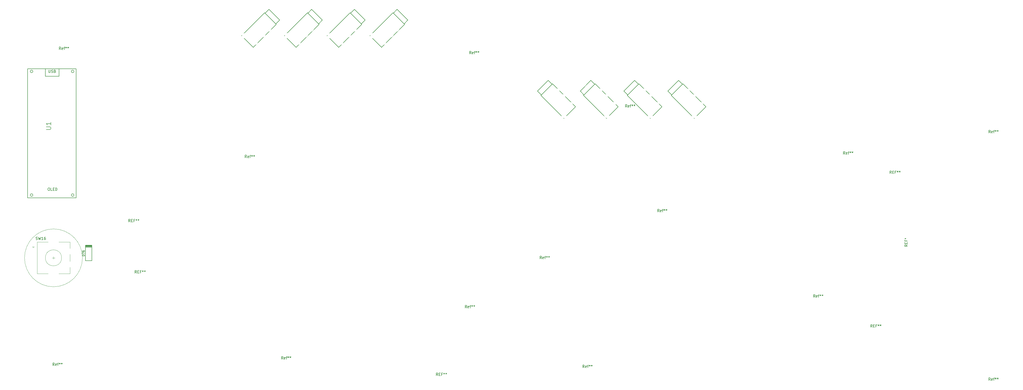
<source format=gto>
G04 #@! TF.GenerationSoftware,KiCad,Pcbnew,(5.1.5)-3*
G04 #@! TF.CreationDate,2021-06-27T16:27:36-05:00*
G04 #@! TF.ProjectId,SplitKeyboard,53706c69-744b-4657-9962-6f6172642e6b,rev?*
G04 #@! TF.SameCoordinates,Original*
G04 #@! TF.FileFunction,Legend,Top*
G04 #@! TF.FilePolarity,Positive*
%FSLAX46Y46*%
G04 Gerber Fmt 4.6, Leading zero omitted, Abs format (unit mm)*
G04 Created by KiCad (PCBNEW (5.1.5)-3) date 2021-06-27 16:27:36*
%MOMM*%
%LPD*%
G04 APERTURE LIST*
%ADD10C,0.120000*%
%ADD11C,0.150000*%
%ADD12C,0.200000*%
%ADD13C,0.602000*%
%ADD14C,4.102000*%
%ADD15C,3.102000*%
%ADD16C,2.002000*%
%ADD17C,4.202000*%
%ADD18R,1.702000X1.702000*%
%ADD19C,1.702000*%
%ADD20C,3.150000*%
%ADD21C,4.089800*%
%ADD22C,1.702000*%
%ADD23C,0.902000*%
%ADD24R,1.626000X1.626000*%
%ADD25C,1.802000*%
%ADD26R,1.802000X1.802000*%
%ADD27R,2.102000X2.102000*%
%ADD28C,2.102000*%
%ADD29R,3.302000X2.102000*%
%ADD30R,1.302000X1.302000*%
G04 APERTURE END LIST*
D10*
X46577905Y-145311500D02*
G75*
G03X46577905Y-145311500I-10756905J0D01*
G01*
D11*
X221168176Y-80583824D02*
X216854824Y-84897176D01*
X229724168Y-89139816D02*
X225410816Y-93453168D01*
X221168176Y-80583824D02*
X229724168Y-89139816D01*
X216854824Y-84897176D02*
X225410816Y-93453168D01*
X220991399Y-80760601D02*
X219577185Y-79346387D01*
X217031601Y-84720399D02*
X215617387Y-83306185D01*
X219577185Y-79346387D02*
X215617387Y-83306185D01*
X237043176Y-80583824D02*
X232729824Y-84897176D01*
X245599168Y-89139816D02*
X241285816Y-93453168D01*
X237043176Y-80583824D02*
X245599168Y-89139816D01*
X232729824Y-84897176D02*
X241285816Y-93453168D01*
X236866399Y-80760601D02*
X235452185Y-79346387D01*
X232906601Y-84720399D02*
X231492387Y-83306185D01*
X235452185Y-79346387D02*
X231492387Y-83306185D01*
X269586926Y-80583824D02*
X265273574Y-84897176D01*
X278142918Y-89139816D02*
X273829566Y-93453168D01*
X269586926Y-80583824D02*
X278142918Y-89139816D01*
X265273574Y-84897176D02*
X273829566Y-93453168D01*
X269410149Y-80760601D02*
X267995935Y-79346387D01*
X265450351Y-84720399D02*
X264036137Y-83306185D01*
X267995935Y-79346387D02*
X264036137Y-83306185D01*
X253257768Y-80583824D02*
X248944416Y-84897176D01*
X261813760Y-89139816D02*
X257500408Y-93453168D01*
X253257768Y-80583824D02*
X261813760Y-89139816D01*
X248944416Y-84897176D02*
X257500408Y-93453168D01*
X253080991Y-80760601D02*
X251666777Y-79346387D01*
X249121193Y-84720399D02*
X247706979Y-83306185D01*
X251666777Y-79346387D02*
X247706979Y-83306185D01*
X151571363Y-56858435D02*
X147611565Y-52898637D01*
X146197351Y-54312851D02*
X147611565Y-52898637D01*
X150157149Y-58272649D02*
X151571363Y-56858435D01*
X146020574Y-54136074D02*
X137464582Y-62692066D01*
X150333926Y-58449426D02*
X141777934Y-67005418D01*
X141777934Y-67005418D02*
X137464582Y-62692066D01*
X150333926Y-58449426D02*
X146020574Y-54136074D01*
X167446363Y-56858435D02*
X163486565Y-52898637D01*
X162072351Y-54312851D02*
X163486565Y-52898637D01*
X166032149Y-58272649D02*
X167446363Y-56858435D01*
X161895574Y-54136074D02*
X153339582Y-62692066D01*
X166208926Y-58449426D02*
X157652934Y-67005418D01*
X157652934Y-67005418D02*
X153339582Y-62692066D01*
X166208926Y-58449426D02*
X161895574Y-54136074D01*
X119821363Y-56858435D02*
X115861565Y-52898637D01*
X114447351Y-54312851D02*
X115861565Y-52898637D01*
X118407149Y-58272649D02*
X119821363Y-56858435D01*
X114270574Y-54136074D02*
X105714582Y-62692066D01*
X118583926Y-58449426D02*
X110027934Y-67005418D01*
X110027934Y-67005418D02*
X105714582Y-62692066D01*
X118583926Y-58449426D02*
X114270574Y-54136074D01*
X135696363Y-56858435D02*
X131736565Y-52898637D01*
X130322351Y-54312851D02*
X131736565Y-52898637D01*
X134282149Y-58272649D02*
X135696363Y-56858435D01*
X130145574Y-54136074D02*
X121589582Y-62692066D01*
X134458926Y-58449426D02*
X125902934Y-67005418D01*
X125902934Y-67005418D02*
X121589582Y-62692066D01*
X134458926Y-58449426D02*
X130145574Y-54136074D01*
X32766000Y-77755750D02*
X32766000Y-74961750D01*
X37846000Y-77755750D02*
X32766000Y-77755750D01*
X37846000Y-74961750D02*
X37846000Y-77755750D01*
X44196000Y-122967750D02*
X26196000Y-122967750D01*
X44196000Y-74967750D02*
X44196000Y-122967750D01*
X26196000Y-74967750D02*
X44196000Y-74967750D01*
X26196000Y-122967750D02*
X26196000Y-74967750D01*
X28186000Y-75967750D02*
G75*
G03X28186000Y-75967750I-500000J0D01*
G01*
X43442000Y-75967750D02*
G75*
G03X43442000Y-75967750I-500000J0D01*
G01*
X28186000Y-121967750D02*
G75*
G03X28186000Y-121967750I-500000J0D01*
G01*
X43442000Y-121967750D02*
G75*
G03X43442000Y-121967750I-500000J0D01*
G01*
D10*
X38821000Y-145311500D02*
G75*
G03X38821000Y-145311500I-3000000J0D01*
G01*
X37821000Y-139411500D02*
X41921000Y-139411500D01*
X41921000Y-151211500D02*
X37821000Y-151211500D01*
X33821000Y-151211500D02*
X29721000Y-151211500D01*
X33821000Y-139411500D02*
X29721000Y-139411500D01*
X29721000Y-139411500D02*
X29721000Y-151211500D01*
X28321000Y-141511500D02*
X28021000Y-141211500D01*
X28021000Y-141211500D02*
X28621000Y-141211500D01*
X28621000Y-141211500D02*
X28321000Y-141511500D01*
X41921000Y-139411500D02*
X41921000Y-141811500D01*
X41921000Y-144011500D02*
X41921000Y-146611500D01*
X41921000Y-148811500D02*
X41921000Y-151211500D01*
X35821000Y-144811500D02*
X35821000Y-145811500D01*
X35321000Y-145311500D02*
X36321000Y-145311500D01*
D12*
X47695000Y-146405250D02*
X47695000Y-140605250D01*
X50095000Y-146405250D02*
X47695000Y-146405250D01*
X50095000Y-140605250D02*
X50095000Y-146405250D01*
X50095000Y-140680250D02*
X47695000Y-140680250D01*
X50095000Y-140805250D02*
X47695000Y-140805250D01*
X47695000Y-140580250D02*
X50095000Y-140580250D01*
X50095000Y-140980250D02*
X47695000Y-140980250D01*
X50095000Y-141155250D02*
X47695000Y-141155250D01*
X50095000Y-141330250D02*
X47695000Y-141330250D01*
D11*
X107569333Y-108123380D02*
X107236000Y-107647190D01*
X106997904Y-108123380D02*
X106997904Y-107123380D01*
X107378857Y-107123380D01*
X107474095Y-107171000D01*
X107521714Y-107218619D01*
X107569333Y-107313857D01*
X107569333Y-107456714D01*
X107521714Y-107551952D01*
X107474095Y-107599571D01*
X107378857Y-107647190D01*
X106997904Y-107647190D01*
X108378857Y-108075761D02*
X108283619Y-108123380D01*
X108093142Y-108123380D01*
X107997904Y-108075761D01*
X107950285Y-107980523D01*
X107950285Y-107599571D01*
X107997904Y-107504333D01*
X108093142Y-107456714D01*
X108283619Y-107456714D01*
X108378857Y-107504333D01*
X108426476Y-107599571D01*
X108426476Y-107694809D01*
X107950285Y-107790047D01*
X108712190Y-107456714D02*
X109093142Y-107456714D01*
X108855047Y-108123380D02*
X108855047Y-107266238D01*
X108902666Y-107171000D01*
X108997904Y-107123380D01*
X109093142Y-107123380D01*
X109569333Y-107123380D02*
X109569333Y-107361476D01*
X109331238Y-107266238D02*
X109569333Y-107361476D01*
X109807428Y-107266238D01*
X109426476Y-107551952D02*
X109569333Y-107361476D01*
X109712190Y-107551952D01*
X110331238Y-107123380D02*
X110331238Y-107361476D01*
X110093142Y-107266238D02*
X110331238Y-107361476D01*
X110569333Y-107266238D01*
X110188380Y-107551952D02*
X110331238Y-107361476D01*
X110474095Y-107551952D01*
X121070833Y-182989880D02*
X120737500Y-182513690D01*
X120499404Y-182989880D02*
X120499404Y-181989880D01*
X120880357Y-181989880D01*
X120975595Y-182037500D01*
X121023214Y-182085119D01*
X121070833Y-182180357D01*
X121070833Y-182323214D01*
X121023214Y-182418452D01*
X120975595Y-182466071D01*
X120880357Y-182513690D01*
X120499404Y-182513690D01*
X121880357Y-182942261D02*
X121785119Y-182989880D01*
X121594642Y-182989880D01*
X121499404Y-182942261D01*
X121451785Y-182847023D01*
X121451785Y-182466071D01*
X121499404Y-182370833D01*
X121594642Y-182323214D01*
X121785119Y-182323214D01*
X121880357Y-182370833D01*
X121927976Y-182466071D01*
X121927976Y-182561309D01*
X121451785Y-182656547D01*
X122213690Y-182323214D02*
X122594642Y-182323214D01*
X122356547Y-182989880D02*
X122356547Y-182132738D01*
X122404166Y-182037500D01*
X122499404Y-181989880D01*
X122594642Y-181989880D01*
X123070833Y-181989880D02*
X123070833Y-182227976D01*
X122832738Y-182132738D02*
X123070833Y-182227976D01*
X123308928Y-182132738D01*
X122927976Y-182418452D02*
X123070833Y-182227976D01*
X123213690Y-182418452D01*
X123832738Y-181989880D02*
X123832738Y-182227976D01*
X123594642Y-182132738D02*
X123832738Y-182227976D01*
X124070833Y-182132738D01*
X123689880Y-182418452D02*
X123832738Y-182227976D01*
X123975595Y-182418452D01*
X189333333Y-163939880D02*
X189000000Y-163463690D01*
X188761904Y-163939880D02*
X188761904Y-162939880D01*
X189142857Y-162939880D01*
X189238095Y-162987500D01*
X189285714Y-163035119D01*
X189333333Y-163130357D01*
X189333333Y-163273214D01*
X189285714Y-163368452D01*
X189238095Y-163416071D01*
X189142857Y-163463690D01*
X188761904Y-163463690D01*
X190142857Y-163892261D02*
X190047619Y-163939880D01*
X189857142Y-163939880D01*
X189761904Y-163892261D01*
X189714285Y-163797023D01*
X189714285Y-163416071D01*
X189761904Y-163320833D01*
X189857142Y-163273214D01*
X190047619Y-163273214D01*
X190142857Y-163320833D01*
X190190476Y-163416071D01*
X190190476Y-163511309D01*
X189714285Y-163606547D01*
X190476190Y-163273214D02*
X190857142Y-163273214D01*
X190619047Y-163939880D02*
X190619047Y-163082738D01*
X190666666Y-162987500D01*
X190761904Y-162939880D01*
X190857142Y-162939880D01*
X191333333Y-162939880D02*
X191333333Y-163177976D01*
X191095238Y-163082738D02*
X191333333Y-163177976D01*
X191571428Y-163082738D01*
X191190476Y-163368452D02*
X191333333Y-163177976D01*
X191476190Y-163368452D01*
X192095238Y-162939880D02*
X192095238Y-163177976D01*
X191857142Y-163082738D02*
X192095238Y-163177976D01*
X192333333Y-163082738D01*
X191952380Y-163368452D02*
X192095238Y-163177976D01*
X192238095Y-163368452D01*
X190920833Y-69483630D02*
X190587500Y-69007440D01*
X190349404Y-69483630D02*
X190349404Y-68483630D01*
X190730357Y-68483630D01*
X190825595Y-68531250D01*
X190873214Y-68578869D01*
X190920833Y-68674107D01*
X190920833Y-68816964D01*
X190873214Y-68912202D01*
X190825595Y-68959821D01*
X190730357Y-69007440D01*
X190349404Y-69007440D01*
X191730357Y-69436011D02*
X191635119Y-69483630D01*
X191444642Y-69483630D01*
X191349404Y-69436011D01*
X191301785Y-69340773D01*
X191301785Y-68959821D01*
X191349404Y-68864583D01*
X191444642Y-68816964D01*
X191635119Y-68816964D01*
X191730357Y-68864583D01*
X191777976Y-68959821D01*
X191777976Y-69055059D01*
X191301785Y-69150297D01*
X192063690Y-68816964D02*
X192444642Y-68816964D01*
X192206547Y-69483630D02*
X192206547Y-68626488D01*
X192254166Y-68531250D01*
X192349404Y-68483630D01*
X192444642Y-68483630D01*
X192920833Y-68483630D02*
X192920833Y-68721726D01*
X192682738Y-68626488D02*
X192920833Y-68721726D01*
X193158928Y-68626488D01*
X192777976Y-68912202D02*
X192920833Y-68721726D01*
X193063690Y-68912202D01*
X193682738Y-68483630D02*
X193682738Y-68721726D01*
X193444642Y-68626488D02*
X193682738Y-68721726D01*
X193920833Y-68626488D01*
X193539880Y-68912202D02*
X193682738Y-68721726D01*
X193825595Y-68912202D01*
X38520833Y-67896130D02*
X38187500Y-67419940D01*
X37949404Y-67896130D02*
X37949404Y-66896130D01*
X38330357Y-66896130D01*
X38425595Y-66943750D01*
X38473214Y-66991369D01*
X38520833Y-67086607D01*
X38520833Y-67229464D01*
X38473214Y-67324702D01*
X38425595Y-67372321D01*
X38330357Y-67419940D01*
X37949404Y-67419940D01*
X39330357Y-67848511D02*
X39235119Y-67896130D01*
X39044642Y-67896130D01*
X38949404Y-67848511D01*
X38901785Y-67753273D01*
X38901785Y-67372321D01*
X38949404Y-67277083D01*
X39044642Y-67229464D01*
X39235119Y-67229464D01*
X39330357Y-67277083D01*
X39377976Y-67372321D01*
X39377976Y-67467559D01*
X38901785Y-67562797D01*
X39663690Y-67229464D02*
X40044642Y-67229464D01*
X39806547Y-67896130D02*
X39806547Y-67038988D01*
X39854166Y-66943750D01*
X39949404Y-66896130D01*
X40044642Y-66896130D01*
X40520833Y-66896130D02*
X40520833Y-67134226D01*
X40282738Y-67038988D02*
X40520833Y-67134226D01*
X40758928Y-67038988D01*
X40377976Y-67324702D02*
X40520833Y-67134226D01*
X40663690Y-67324702D01*
X41282738Y-66896130D02*
X41282738Y-67134226D01*
X41044642Y-67038988D02*
X41282738Y-67134226D01*
X41520833Y-67038988D01*
X41139880Y-67324702D02*
X41282738Y-67134226D01*
X41425595Y-67324702D01*
X36139583Y-185371130D02*
X35806250Y-184894940D01*
X35568154Y-185371130D02*
X35568154Y-184371130D01*
X35949107Y-184371130D01*
X36044345Y-184418750D01*
X36091964Y-184466369D01*
X36139583Y-184561607D01*
X36139583Y-184704464D01*
X36091964Y-184799702D01*
X36044345Y-184847321D01*
X35949107Y-184894940D01*
X35568154Y-184894940D01*
X36949107Y-185323511D02*
X36853869Y-185371130D01*
X36663392Y-185371130D01*
X36568154Y-185323511D01*
X36520535Y-185228273D01*
X36520535Y-184847321D01*
X36568154Y-184752083D01*
X36663392Y-184704464D01*
X36853869Y-184704464D01*
X36949107Y-184752083D01*
X36996726Y-184847321D01*
X36996726Y-184942559D01*
X36520535Y-185037797D01*
X37282440Y-184704464D02*
X37663392Y-184704464D01*
X37425297Y-185371130D02*
X37425297Y-184513988D01*
X37472916Y-184418750D01*
X37568154Y-184371130D01*
X37663392Y-184371130D01*
X38139583Y-184371130D02*
X38139583Y-184609226D01*
X37901488Y-184513988D02*
X38139583Y-184609226D01*
X38377678Y-184513988D01*
X37996726Y-184799702D02*
X38139583Y-184609226D01*
X38282440Y-184799702D01*
X38901488Y-184371130D02*
X38901488Y-184609226D01*
X38663392Y-184513988D02*
X38901488Y-184609226D01*
X39139583Y-184513988D01*
X38758630Y-184799702D02*
X38901488Y-184609226D01*
X39044345Y-184799702D01*
X260770833Y-128221130D02*
X260437500Y-127744940D01*
X260199404Y-128221130D02*
X260199404Y-127221130D01*
X260580357Y-127221130D01*
X260675595Y-127268750D01*
X260723214Y-127316369D01*
X260770833Y-127411607D01*
X260770833Y-127554464D01*
X260723214Y-127649702D01*
X260675595Y-127697321D01*
X260580357Y-127744940D01*
X260199404Y-127744940D01*
X261580357Y-128173511D02*
X261485119Y-128221130D01*
X261294642Y-128221130D01*
X261199404Y-128173511D01*
X261151785Y-128078273D01*
X261151785Y-127697321D01*
X261199404Y-127602083D01*
X261294642Y-127554464D01*
X261485119Y-127554464D01*
X261580357Y-127602083D01*
X261627976Y-127697321D01*
X261627976Y-127792559D01*
X261151785Y-127887797D01*
X261913690Y-127554464D02*
X262294642Y-127554464D01*
X262056547Y-128221130D02*
X262056547Y-127363988D01*
X262104166Y-127268750D01*
X262199404Y-127221130D01*
X262294642Y-127221130D01*
X262770833Y-127221130D02*
X262770833Y-127459226D01*
X262532738Y-127363988D02*
X262770833Y-127459226D01*
X263008928Y-127363988D01*
X262627976Y-127649702D02*
X262770833Y-127459226D01*
X262913690Y-127649702D01*
X263532738Y-127221130D02*
X263532738Y-127459226D01*
X263294642Y-127363988D02*
X263532738Y-127459226D01*
X263770833Y-127363988D01*
X263389880Y-127649702D02*
X263532738Y-127459226D01*
X263675595Y-127649702D01*
X232989583Y-186164880D02*
X232656250Y-185688690D01*
X232418154Y-186164880D02*
X232418154Y-185164880D01*
X232799107Y-185164880D01*
X232894345Y-185212500D01*
X232941964Y-185260119D01*
X232989583Y-185355357D01*
X232989583Y-185498214D01*
X232941964Y-185593452D01*
X232894345Y-185641071D01*
X232799107Y-185688690D01*
X232418154Y-185688690D01*
X233799107Y-186117261D02*
X233703869Y-186164880D01*
X233513392Y-186164880D01*
X233418154Y-186117261D01*
X233370535Y-186022023D01*
X233370535Y-185641071D01*
X233418154Y-185545833D01*
X233513392Y-185498214D01*
X233703869Y-185498214D01*
X233799107Y-185545833D01*
X233846726Y-185641071D01*
X233846726Y-185736309D01*
X233370535Y-185831547D01*
X234132440Y-185498214D02*
X234513392Y-185498214D01*
X234275297Y-186164880D02*
X234275297Y-185307738D01*
X234322916Y-185212500D01*
X234418154Y-185164880D01*
X234513392Y-185164880D01*
X234989583Y-185164880D02*
X234989583Y-185402976D01*
X234751488Y-185307738D02*
X234989583Y-185402976D01*
X235227678Y-185307738D01*
X234846726Y-185593452D02*
X234989583Y-185402976D01*
X235132440Y-185593452D01*
X235751488Y-185164880D02*
X235751488Y-185402976D01*
X235513392Y-185307738D02*
X235751488Y-185402976D01*
X235989583Y-185307738D01*
X235608630Y-185593452D02*
X235751488Y-185402976D01*
X235894345Y-185593452D01*
X217114583Y-145683630D02*
X216781250Y-145207440D01*
X216543154Y-145683630D02*
X216543154Y-144683630D01*
X216924107Y-144683630D01*
X217019345Y-144731250D01*
X217066964Y-144778869D01*
X217114583Y-144874107D01*
X217114583Y-145016964D01*
X217066964Y-145112202D01*
X217019345Y-145159821D01*
X216924107Y-145207440D01*
X216543154Y-145207440D01*
X217924107Y-145636011D02*
X217828869Y-145683630D01*
X217638392Y-145683630D01*
X217543154Y-145636011D01*
X217495535Y-145540773D01*
X217495535Y-145159821D01*
X217543154Y-145064583D01*
X217638392Y-145016964D01*
X217828869Y-145016964D01*
X217924107Y-145064583D01*
X217971726Y-145159821D01*
X217971726Y-145255059D01*
X217495535Y-145350297D01*
X218257440Y-145016964D02*
X218638392Y-145016964D01*
X218400297Y-145683630D02*
X218400297Y-144826488D01*
X218447916Y-144731250D01*
X218543154Y-144683630D01*
X218638392Y-144683630D01*
X219114583Y-144683630D02*
X219114583Y-144921726D01*
X218876488Y-144826488D02*
X219114583Y-144921726D01*
X219352678Y-144826488D01*
X218971726Y-145112202D02*
X219114583Y-144921726D01*
X219257440Y-145112202D01*
X219876488Y-144683630D02*
X219876488Y-144921726D01*
X219638392Y-144826488D02*
X219876488Y-144921726D01*
X220114583Y-144826488D01*
X219733630Y-145112202D02*
X219876488Y-144921726D01*
X220019345Y-145112202D01*
X248864583Y-89327380D02*
X248531250Y-88851190D01*
X248293154Y-89327380D02*
X248293154Y-88327380D01*
X248674107Y-88327380D01*
X248769345Y-88375000D01*
X248816964Y-88422619D01*
X248864583Y-88517857D01*
X248864583Y-88660714D01*
X248816964Y-88755952D01*
X248769345Y-88803571D01*
X248674107Y-88851190D01*
X248293154Y-88851190D01*
X249674107Y-89279761D02*
X249578869Y-89327380D01*
X249388392Y-89327380D01*
X249293154Y-89279761D01*
X249245535Y-89184523D01*
X249245535Y-88803571D01*
X249293154Y-88708333D01*
X249388392Y-88660714D01*
X249578869Y-88660714D01*
X249674107Y-88708333D01*
X249721726Y-88803571D01*
X249721726Y-88898809D01*
X249245535Y-88994047D01*
X250007440Y-88660714D02*
X250388392Y-88660714D01*
X250150297Y-89327380D02*
X250150297Y-88470238D01*
X250197916Y-88375000D01*
X250293154Y-88327380D01*
X250388392Y-88327380D01*
X250864583Y-88327380D02*
X250864583Y-88565476D01*
X250626488Y-88470238D02*
X250864583Y-88565476D01*
X251102678Y-88470238D01*
X250721726Y-88755952D02*
X250864583Y-88565476D01*
X251007440Y-88755952D01*
X251626488Y-88327380D02*
X251626488Y-88565476D01*
X251388392Y-88470238D02*
X251626488Y-88565476D01*
X251864583Y-88470238D01*
X251483630Y-88755952D02*
X251626488Y-88565476D01*
X251769345Y-88755952D01*
X383802083Y-98852380D02*
X383468750Y-98376190D01*
X383230654Y-98852380D02*
X383230654Y-97852380D01*
X383611607Y-97852380D01*
X383706845Y-97900000D01*
X383754464Y-97947619D01*
X383802083Y-98042857D01*
X383802083Y-98185714D01*
X383754464Y-98280952D01*
X383706845Y-98328571D01*
X383611607Y-98376190D01*
X383230654Y-98376190D01*
X384611607Y-98804761D02*
X384516369Y-98852380D01*
X384325892Y-98852380D01*
X384230654Y-98804761D01*
X384183035Y-98709523D01*
X384183035Y-98328571D01*
X384230654Y-98233333D01*
X384325892Y-98185714D01*
X384516369Y-98185714D01*
X384611607Y-98233333D01*
X384659226Y-98328571D01*
X384659226Y-98423809D01*
X384183035Y-98519047D01*
X384944940Y-98185714D02*
X385325892Y-98185714D01*
X385087797Y-98852380D02*
X385087797Y-97995238D01*
X385135416Y-97900000D01*
X385230654Y-97852380D01*
X385325892Y-97852380D01*
X385802083Y-97852380D02*
X385802083Y-98090476D01*
X385563988Y-97995238D02*
X385802083Y-98090476D01*
X386040178Y-97995238D01*
X385659226Y-98280952D02*
X385802083Y-98090476D01*
X385944940Y-98280952D01*
X386563988Y-97852380D02*
X386563988Y-98090476D01*
X386325892Y-97995238D02*
X386563988Y-98090476D01*
X386802083Y-97995238D01*
X386421130Y-98280952D02*
X386563988Y-98090476D01*
X386706845Y-98280952D01*
X329827083Y-106789880D02*
X329493750Y-106313690D01*
X329255654Y-106789880D02*
X329255654Y-105789880D01*
X329636607Y-105789880D01*
X329731845Y-105837500D01*
X329779464Y-105885119D01*
X329827083Y-105980357D01*
X329827083Y-106123214D01*
X329779464Y-106218452D01*
X329731845Y-106266071D01*
X329636607Y-106313690D01*
X329255654Y-106313690D01*
X330636607Y-106742261D02*
X330541369Y-106789880D01*
X330350892Y-106789880D01*
X330255654Y-106742261D01*
X330208035Y-106647023D01*
X330208035Y-106266071D01*
X330255654Y-106170833D01*
X330350892Y-106123214D01*
X330541369Y-106123214D01*
X330636607Y-106170833D01*
X330684226Y-106266071D01*
X330684226Y-106361309D01*
X330208035Y-106456547D01*
X330969940Y-106123214D02*
X331350892Y-106123214D01*
X331112797Y-106789880D02*
X331112797Y-105932738D01*
X331160416Y-105837500D01*
X331255654Y-105789880D01*
X331350892Y-105789880D01*
X331827083Y-105789880D02*
X331827083Y-106027976D01*
X331588988Y-105932738D02*
X331827083Y-106027976D01*
X332065178Y-105932738D01*
X331684226Y-106218452D02*
X331827083Y-106027976D01*
X331969940Y-106218452D01*
X332588988Y-105789880D02*
X332588988Y-106027976D01*
X332350892Y-105932738D02*
X332588988Y-106027976D01*
X332827083Y-105932738D01*
X332446130Y-106218452D02*
X332588988Y-106027976D01*
X332731845Y-106218452D01*
X383802083Y-190927380D02*
X383468750Y-190451190D01*
X383230654Y-190927380D02*
X383230654Y-189927380D01*
X383611607Y-189927380D01*
X383706845Y-189975000D01*
X383754464Y-190022619D01*
X383802083Y-190117857D01*
X383802083Y-190260714D01*
X383754464Y-190355952D01*
X383706845Y-190403571D01*
X383611607Y-190451190D01*
X383230654Y-190451190D01*
X384611607Y-190879761D02*
X384516369Y-190927380D01*
X384325892Y-190927380D01*
X384230654Y-190879761D01*
X384183035Y-190784523D01*
X384183035Y-190403571D01*
X384230654Y-190308333D01*
X384325892Y-190260714D01*
X384516369Y-190260714D01*
X384611607Y-190308333D01*
X384659226Y-190403571D01*
X384659226Y-190498809D01*
X384183035Y-190594047D01*
X384944940Y-190260714D02*
X385325892Y-190260714D01*
X385087797Y-190927380D02*
X385087797Y-190070238D01*
X385135416Y-189975000D01*
X385230654Y-189927380D01*
X385325892Y-189927380D01*
X385802083Y-189927380D02*
X385802083Y-190165476D01*
X385563988Y-190070238D02*
X385802083Y-190165476D01*
X386040178Y-190070238D01*
X385659226Y-190355952D02*
X385802083Y-190165476D01*
X385944940Y-190355952D01*
X386563988Y-189927380D02*
X386563988Y-190165476D01*
X386325892Y-190070238D02*
X386563988Y-190165476D01*
X386802083Y-190070238D01*
X386421130Y-190355952D02*
X386563988Y-190165476D01*
X386706845Y-190355952D01*
X318714583Y-159971130D02*
X318381250Y-159494940D01*
X318143154Y-159971130D02*
X318143154Y-158971130D01*
X318524107Y-158971130D01*
X318619345Y-159018750D01*
X318666964Y-159066369D01*
X318714583Y-159161607D01*
X318714583Y-159304464D01*
X318666964Y-159399702D01*
X318619345Y-159447321D01*
X318524107Y-159494940D01*
X318143154Y-159494940D01*
X319524107Y-159923511D02*
X319428869Y-159971130D01*
X319238392Y-159971130D01*
X319143154Y-159923511D01*
X319095535Y-159828273D01*
X319095535Y-159447321D01*
X319143154Y-159352083D01*
X319238392Y-159304464D01*
X319428869Y-159304464D01*
X319524107Y-159352083D01*
X319571726Y-159447321D01*
X319571726Y-159542559D01*
X319095535Y-159637797D01*
X319857440Y-159304464D02*
X320238392Y-159304464D01*
X320000297Y-159971130D02*
X320000297Y-159113988D01*
X320047916Y-159018750D01*
X320143154Y-158971130D01*
X320238392Y-158971130D01*
X320714583Y-158971130D02*
X320714583Y-159209226D01*
X320476488Y-159113988D02*
X320714583Y-159209226D01*
X320952678Y-159113988D01*
X320571726Y-159399702D02*
X320714583Y-159209226D01*
X320857440Y-159399702D01*
X321476488Y-158971130D02*
X321476488Y-159209226D01*
X321238392Y-159113988D02*
X321476488Y-159209226D01*
X321714583Y-159113988D01*
X321333630Y-159399702D02*
X321476488Y-159209226D01*
X321619345Y-159399702D01*
X352988880Y-140430083D02*
X352512690Y-140763416D01*
X352988880Y-141001511D02*
X351988880Y-141001511D01*
X351988880Y-140620559D01*
X352036500Y-140525321D01*
X352084119Y-140477702D01*
X352179357Y-140430083D01*
X352322214Y-140430083D01*
X352417452Y-140477702D01*
X352465071Y-140525321D01*
X352512690Y-140620559D01*
X352512690Y-141001511D01*
X352465071Y-140001511D02*
X352465071Y-139668178D01*
X352988880Y-139525321D02*
X352988880Y-140001511D01*
X351988880Y-140001511D01*
X351988880Y-139525321D01*
X352465071Y-138763416D02*
X352465071Y-139096750D01*
X352988880Y-139096750D02*
X351988880Y-139096750D01*
X351988880Y-138620559D01*
X351988880Y-138096750D02*
X352226976Y-138096750D01*
X352131738Y-138334845D02*
X352226976Y-138096750D01*
X352131738Y-137858654D01*
X352417452Y-138239607D02*
X352226976Y-138096750D01*
X352417452Y-137953892D01*
X351988880Y-137334845D02*
X352226976Y-137334845D01*
X352131738Y-137572940D02*
X352226976Y-137334845D01*
X352131738Y-137096750D01*
X352417452Y-137477702D02*
X352226976Y-137334845D01*
X352417452Y-137191988D01*
X347059416Y-113974130D02*
X346726083Y-113497940D01*
X346487988Y-113974130D02*
X346487988Y-112974130D01*
X346868940Y-112974130D01*
X346964178Y-113021750D01*
X347011797Y-113069369D01*
X347059416Y-113164607D01*
X347059416Y-113307464D01*
X347011797Y-113402702D01*
X346964178Y-113450321D01*
X346868940Y-113497940D01*
X346487988Y-113497940D01*
X347487988Y-113450321D02*
X347821321Y-113450321D01*
X347964178Y-113974130D02*
X347487988Y-113974130D01*
X347487988Y-112974130D01*
X347964178Y-112974130D01*
X348726083Y-113450321D02*
X348392750Y-113450321D01*
X348392750Y-113974130D02*
X348392750Y-112974130D01*
X348868940Y-112974130D01*
X349392750Y-112974130D02*
X349392750Y-113212226D01*
X349154654Y-113116988D02*
X349392750Y-113212226D01*
X349630845Y-113116988D01*
X349249892Y-113402702D02*
X349392750Y-113212226D01*
X349535607Y-113402702D01*
X350154654Y-112974130D02*
X350154654Y-113212226D01*
X349916559Y-113116988D02*
X350154654Y-113212226D01*
X350392750Y-113116988D01*
X350011797Y-113402702D02*
X350154654Y-113212226D01*
X350297511Y-113402702D01*
X339915666Y-171124130D02*
X339582333Y-170647940D01*
X339344238Y-171124130D02*
X339344238Y-170124130D01*
X339725190Y-170124130D01*
X339820428Y-170171750D01*
X339868047Y-170219369D01*
X339915666Y-170314607D01*
X339915666Y-170457464D01*
X339868047Y-170552702D01*
X339820428Y-170600321D01*
X339725190Y-170647940D01*
X339344238Y-170647940D01*
X340344238Y-170600321D02*
X340677571Y-170600321D01*
X340820428Y-171124130D02*
X340344238Y-171124130D01*
X340344238Y-170124130D01*
X340820428Y-170124130D01*
X341582333Y-170600321D02*
X341249000Y-170600321D01*
X341249000Y-171124130D02*
X341249000Y-170124130D01*
X341725190Y-170124130D01*
X342249000Y-170124130D02*
X342249000Y-170362226D01*
X342010904Y-170266988D02*
X342249000Y-170362226D01*
X342487095Y-170266988D01*
X342106142Y-170552702D02*
X342249000Y-170362226D01*
X342391857Y-170552702D01*
X343010904Y-170124130D02*
X343010904Y-170362226D01*
X342772809Y-170266988D02*
X343010904Y-170362226D01*
X343249000Y-170266988D01*
X342868047Y-170552702D02*
X343010904Y-170362226D01*
X343153761Y-170552702D01*
X66675166Y-151026380D02*
X66341833Y-150550190D01*
X66103738Y-151026380D02*
X66103738Y-150026380D01*
X66484690Y-150026380D01*
X66579928Y-150074000D01*
X66627547Y-150121619D01*
X66675166Y-150216857D01*
X66675166Y-150359714D01*
X66627547Y-150454952D01*
X66579928Y-150502571D01*
X66484690Y-150550190D01*
X66103738Y-150550190D01*
X67103738Y-150502571D02*
X67437071Y-150502571D01*
X67579928Y-151026380D02*
X67103738Y-151026380D01*
X67103738Y-150026380D01*
X67579928Y-150026380D01*
X68341833Y-150502571D02*
X68008500Y-150502571D01*
X68008500Y-151026380D02*
X68008500Y-150026380D01*
X68484690Y-150026380D01*
X69008500Y-150026380D02*
X69008500Y-150264476D01*
X68770404Y-150169238D02*
X69008500Y-150264476D01*
X69246595Y-150169238D01*
X68865642Y-150454952D02*
X69008500Y-150264476D01*
X69151357Y-150454952D01*
X69770404Y-150026380D02*
X69770404Y-150264476D01*
X69532309Y-150169238D02*
X69770404Y-150264476D01*
X70008500Y-150169238D01*
X69627547Y-150454952D02*
X69770404Y-150264476D01*
X69913261Y-150454952D01*
X64293916Y-131976380D02*
X63960583Y-131500190D01*
X63722488Y-131976380D02*
X63722488Y-130976380D01*
X64103440Y-130976380D01*
X64198678Y-131024000D01*
X64246297Y-131071619D01*
X64293916Y-131166857D01*
X64293916Y-131309714D01*
X64246297Y-131404952D01*
X64198678Y-131452571D01*
X64103440Y-131500190D01*
X63722488Y-131500190D01*
X64722488Y-131452571D02*
X65055821Y-131452571D01*
X65198678Y-131976380D02*
X64722488Y-131976380D01*
X64722488Y-130976380D01*
X65198678Y-130976380D01*
X65960583Y-131452571D02*
X65627250Y-131452571D01*
X65627250Y-131976380D02*
X65627250Y-130976380D01*
X66103440Y-130976380D01*
X66627250Y-130976380D02*
X66627250Y-131214476D01*
X66389154Y-131119238D02*
X66627250Y-131214476D01*
X66865345Y-131119238D01*
X66484392Y-131404952D02*
X66627250Y-131214476D01*
X66770107Y-131404952D01*
X67389154Y-130976380D02*
X67389154Y-131214476D01*
X67151059Y-131119238D02*
X67389154Y-131214476D01*
X67627250Y-131119238D01*
X67246297Y-131404952D02*
X67389154Y-131214476D01*
X67532011Y-131404952D01*
X178593916Y-189126380D02*
X178260583Y-188650190D01*
X178022488Y-189126380D02*
X178022488Y-188126380D01*
X178403440Y-188126380D01*
X178498678Y-188174000D01*
X178546297Y-188221619D01*
X178593916Y-188316857D01*
X178593916Y-188459714D01*
X178546297Y-188554952D01*
X178498678Y-188602571D01*
X178403440Y-188650190D01*
X178022488Y-188650190D01*
X179022488Y-188602571D02*
X179355821Y-188602571D01*
X179498678Y-189126380D02*
X179022488Y-189126380D01*
X179022488Y-188126380D01*
X179498678Y-188126380D01*
X180260583Y-188602571D02*
X179927250Y-188602571D01*
X179927250Y-189126380D02*
X179927250Y-188126380D01*
X180403440Y-188126380D01*
X180927250Y-188126380D02*
X180927250Y-188364476D01*
X180689154Y-188269238D02*
X180927250Y-188364476D01*
X181165345Y-188269238D01*
X180784392Y-188554952D02*
X180927250Y-188364476D01*
X181070107Y-188554952D01*
X181689154Y-188126380D02*
X181689154Y-188364476D01*
X181451059Y-188269238D02*
X181689154Y-188364476D01*
X181927250Y-188269238D01*
X181546297Y-188554952D02*
X181689154Y-188364476D01*
X181832011Y-188554952D01*
X34012369Y-119282630D02*
X34202845Y-119282630D01*
X34298083Y-119330250D01*
X34393321Y-119425488D01*
X34440940Y-119615964D01*
X34440940Y-119949297D01*
X34393321Y-120139773D01*
X34298083Y-120235011D01*
X34202845Y-120282630D01*
X34012369Y-120282630D01*
X33917130Y-120235011D01*
X33821892Y-120139773D01*
X33774273Y-119949297D01*
X33774273Y-119615964D01*
X33821892Y-119425488D01*
X33917130Y-119330250D01*
X34012369Y-119282630D01*
X35345702Y-120282630D02*
X34869511Y-120282630D01*
X34869511Y-119282630D01*
X35679035Y-119758821D02*
X36012369Y-119758821D01*
X36155226Y-120282630D02*
X35679035Y-120282630D01*
X35679035Y-119282630D01*
X36155226Y-119282630D01*
X36583797Y-120282630D02*
X36583797Y-119282630D01*
X36821892Y-119282630D01*
X36964750Y-119330250D01*
X37059988Y-119425488D01*
X37107607Y-119520726D01*
X37155226Y-119711202D01*
X37155226Y-119854059D01*
X37107607Y-120044535D01*
X37059988Y-120139773D01*
X36964750Y-120235011D01*
X36821892Y-120282630D01*
X36583797Y-120282630D01*
X33105047Y-97592988D02*
X34481238Y-97592988D01*
X34643142Y-97512035D01*
X34724095Y-97431083D01*
X34805047Y-97269178D01*
X34805047Y-96945369D01*
X34724095Y-96783464D01*
X34643142Y-96702511D01*
X34481238Y-96621559D01*
X33105047Y-96621559D01*
X34805047Y-94921559D02*
X34805047Y-95892988D01*
X34805047Y-95407273D02*
X33105047Y-95407273D01*
X33347904Y-95569178D01*
X33509809Y-95731083D01*
X33590761Y-95892988D01*
X34044095Y-75430130D02*
X34044095Y-76239654D01*
X34091714Y-76334892D01*
X34139333Y-76382511D01*
X34234571Y-76430130D01*
X34425047Y-76430130D01*
X34520285Y-76382511D01*
X34567904Y-76334892D01*
X34615523Y-76239654D01*
X34615523Y-75430130D01*
X35044095Y-76382511D02*
X35186952Y-76430130D01*
X35425047Y-76430130D01*
X35520285Y-76382511D01*
X35567904Y-76334892D01*
X35615523Y-76239654D01*
X35615523Y-76144416D01*
X35567904Y-76049178D01*
X35520285Y-76001559D01*
X35425047Y-75953940D01*
X35234571Y-75906321D01*
X35139333Y-75858702D01*
X35091714Y-75811083D01*
X35044095Y-75715845D01*
X35044095Y-75620607D01*
X35091714Y-75525369D01*
X35139333Y-75477750D01*
X35234571Y-75430130D01*
X35472666Y-75430130D01*
X35615523Y-75477750D01*
X36377428Y-75906321D02*
X36520285Y-75953940D01*
X36567904Y-76001559D01*
X36615523Y-76096797D01*
X36615523Y-76239654D01*
X36567904Y-76334892D01*
X36520285Y-76382511D01*
X36425047Y-76430130D01*
X36044095Y-76430130D01*
X36044095Y-75430130D01*
X36377428Y-75430130D01*
X36472666Y-75477750D01*
X36520285Y-75525369D01*
X36567904Y-75620607D01*
X36567904Y-75715845D01*
X36520285Y-75811083D01*
X36472666Y-75858702D01*
X36377428Y-75906321D01*
X36044095Y-75906321D01*
X29311476Y-138516261D02*
X29454333Y-138563880D01*
X29692428Y-138563880D01*
X29787666Y-138516261D01*
X29835285Y-138468642D01*
X29882904Y-138373404D01*
X29882904Y-138278166D01*
X29835285Y-138182928D01*
X29787666Y-138135309D01*
X29692428Y-138087690D01*
X29501952Y-138040071D01*
X29406714Y-137992452D01*
X29359095Y-137944833D01*
X29311476Y-137849595D01*
X29311476Y-137754357D01*
X29359095Y-137659119D01*
X29406714Y-137611500D01*
X29501952Y-137563880D01*
X29740047Y-137563880D01*
X29882904Y-137611500D01*
X30216238Y-137563880D02*
X30454333Y-138563880D01*
X30644809Y-137849595D01*
X30835285Y-138563880D01*
X31073380Y-137563880D01*
X31978142Y-138563880D02*
X31406714Y-138563880D01*
X31692428Y-138563880D02*
X31692428Y-137563880D01*
X31597190Y-137706738D01*
X31501952Y-137801976D01*
X31406714Y-137849595D01*
X32835285Y-137563880D02*
X32644809Y-137563880D01*
X32549571Y-137611500D01*
X32501952Y-137659119D01*
X32406714Y-137801976D01*
X32359095Y-137992452D01*
X32359095Y-138373404D01*
X32406714Y-138468642D01*
X32454333Y-138516261D01*
X32549571Y-138563880D01*
X32740047Y-138563880D01*
X32835285Y-138516261D01*
X32882904Y-138468642D01*
X32930523Y-138373404D01*
X32930523Y-138135309D01*
X32882904Y-138040071D01*
X32835285Y-137992452D01*
X32740047Y-137944833D01*
X32549571Y-137944833D01*
X32454333Y-137992452D01*
X32406714Y-138040071D01*
X32359095Y-138135309D01*
X47331904Y-144576678D02*
X46531904Y-144576678D01*
X46531904Y-144386202D01*
X46570000Y-144271916D01*
X46646190Y-144195726D01*
X46722380Y-144157630D01*
X46874761Y-144119535D01*
X46989047Y-144119535D01*
X47141428Y-144157630D01*
X47217619Y-144195726D01*
X47293809Y-144271916D01*
X47331904Y-144386202D01*
X47331904Y-144576678D01*
X46531904Y-143852869D02*
X46531904Y-143319535D01*
X47331904Y-143662392D01*
X46531904Y-142671916D02*
X46531904Y-142824297D01*
X46570000Y-142900488D01*
X46608095Y-142938583D01*
X46722380Y-143014773D01*
X46874761Y-143052869D01*
X47179523Y-143052869D01*
X47255714Y-143014773D01*
X47293809Y-142976678D01*
X47331904Y-142900488D01*
X47331904Y-142748107D01*
X47293809Y-142671916D01*
X47255714Y-142633821D01*
X47179523Y-142595726D01*
X46989047Y-142595726D01*
X46912857Y-142633821D01*
X46874761Y-142671916D01*
X46836666Y-142748107D01*
X46836666Y-142900488D01*
X46874761Y-142976678D01*
X46912857Y-143014773D01*
X46989047Y-143052869D01*
%LPC*%
D13*
X109796000Y-109811000D03*
X107676000Y-109811000D03*
X107676000Y-111931000D03*
X109796000Y-111931000D03*
X108736000Y-109371000D03*
X108736000Y-112371000D03*
X107236000Y-110871000D03*
X110236000Y-110871000D03*
D14*
X108736000Y-110871000D03*
D13*
X123297500Y-184677500D03*
X121177500Y-184677500D03*
X121177500Y-186797500D03*
X123297500Y-186797500D03*
X122237500Y-184237500D03*
X122237500Y-187237500D03*
X120737500Y-185737500D03*
X123737500Y-185737500D03*
D14*
X122237500Y-185737500D03*
D13*
X191560000Y-165627500D03*
X189440000Y-165627500D03*
X189440000Y-167747500D03*
X191560000Y-167747500D03*
X190500000Y-165187500D03*
X190500000Y-168187500D03*
X189000000Y-166687500D03*
X192000000Y-166687500D03*
D14*
X190500000Y-166687500D03*
D13*
X193147500Y-71171250D03*
X191027500Y-71171250D03*
X191027500Y-73291250D03*
X193147500Y-73291250D03*
X192087500Y-70731250D03*
X192087500Y-73731250D03*
X190587500Y-72231250D03*
X193587500Y-72231250D03*
D14*
X192087500Y-72231250D03*
D13*
X40747500Y-69583750D03*
X38627500Y-69583750D03*
X38627500Y-71703750D03*
X40747500Y-71703750D03*
X39687500Y-69143750D03*
X39687500Y-72143750D03*
X38187500Y-70643750D03*
X41187500Y-70643750D03*
D14*
X39687500Y-70643750D03*
D13*
X38366250Y-187058750D03*
X36246250Y-187058750D03*
X36246250Y-189178750D03*
X38366250Y-189178750D03*
X37306250Y-186618750D03*
X37306250Y-189618750D03*
X35806250Y-188118750D03*
X38806250Y-188118750D03*
D14*
X37306250Y-188118750D03*
D15*
X101504750Y-78994000D03*
X95154750Y-81534000D03*
D16*
X93884750Y-84074000D03*
X104044750Y-84074000D03*
D17*
X98964750Y-84074000D03*
D14*
X261937500Y-130968750D03*
D13*
X263437500Y-130968750D03*
X260437500Y-130968750D03*
X261937500Y-132468750D03*
X261937500Y-129468750D03*
X262997500Y-132028750D03*
X260877500Y-132028750D03*
X260877500Y-129908750D03*
X262997500Y-129908750D03*
D17*
X272192750Y-129571750D03*
D16*
X277272750Y-129571750D03*
X267112750Y-129571750D03*
D15*
X268382750Y-127031750D03*
X274732750Y-124491750D03*
D14*
X234156250Y-188912500D03*
D13*
X235656250Y-188912500D03*
X232656250Y-188912500D03*
X234156250Y-190412500D03*
X234156250Y-187412500D03*
X235216250Y-189972500D03*
X233096250Y-189972500D03*
X233096250Y-187852500D03*
X235216250Y-187852500D03*
D14*
X218281250Y-148431250D03*
D13*
X219781250Y-148431250D03*
X216781250Y-148431250D03*
X218281250Y-149931250D03*
X218281250Y-146931250D03*
X219341250Y-149491250D03*
X217221250Y-149491250D03*
X217221250Y-147371250D03*
X219341250Y-147371250D03*
D14*
X250031250Y-92075000D03*
D13*
X251531250Y-92075000D03*
X248531250Y-92075000D03*
X250031250Y-93575000D03*
X250031250Y-90575000D03*
X251091250Y-93135000D03*
X248971250Y-93135000D03*
X248971250Y-91015000D03*
X251091250Y-91015000D03*
D14*
X384968750Y-101600000D03*
D13*
X386468750Y-101600000D03*
X383468750Y-101600000D03*
X384968750Y-103100000D03*
X384968750Y-100100000D03*
X386028750Y-102660000D03*
X383908750Y-102660000D03*
X383908750Y-100540000D03*
X386028750Y-100540000D03*
D14*
X330993750Y-109537500D03*
D13*
X332493750Y-109537500D03*
X329493750Y-109537500D03*
X330993750Y-111037500D03*
X330993750Y-108037500D03*
X332053750Y-110597500D03*
X329933750Y-110597500D03*
X329933750Y-108477500D03*
X332053750Y-108477500D03*
D14*
X384968750Y-193675000D03*
D13*
X386468750Y-193675000D03*
X383468750Y-193675000D03*
X384968750Y-195175000D03*
X384968750Y-192175000D03*
X386028750Y-194735000D03*
X383908750Y-194735000D03*
X383908750Y-192615000D03*
X386028750Y-192615000D03*
X320941250Y-161658750D03*
X318821250Y-161658750D03*
X318821250Y-163778750D03*
X320941250Y-163778750D03*
X319881250Y-161218750D03*
X319881250Y-164218750D03*
X318381250Y-162718750D03*
X321381250Y-162718750D03*
D14*
X319881250Y-162718750D03*
D18*
X241305250Y-158146750D03*
D19*
X249105250Y-158146750D03*
D18*
X303217750Y-120046750D03*
D19*
X311017750Y-120046750D03*
D18*
X269880250Y-139096750D03*
D19*
X277680250Y-139096750D03*
D18*
X274630250Y-100996750D03*
D19*
X282430250Y-100996750D03*
D18*
X255465750Y-100996750D03*
D19*
X263265750Y-100996750D03*
D18*
X265117750Y-120046750D03*
D19*
X272917750Y-120046750D03*
D18*
X236542750Y-100996750D03*
D19*
X244342750Y-100996750D03*
D18*
X307980250Y-139096750D03*
D19*
X315780250Y-139096750D03*
D18*
X298455250Y-158146750D03*
D19*
X306255250Y-158146750D03*
D18*
X217492750Y-100996750D03*
D19*
X225292750Y-100996750D03*
D18*
X250830250Y-139096750D03*
D19*
X258630250Y-139096750D03*
D18*
X248449000Y-177196750D03*
D19*
X256249000Y-177196750D03*
D18*
X293692750Y-100996750D03*
D19*
X301492750Y-100996750D03*
D18*
X284167750Y-120046750D03*
D19*
X291967750Y-120046750D03*
D18*
X288930250Y-139096750D03*
D19*
X296730250Y-139096750D03*
D18*
X322267750Y-120046750D03*
D19*
X330067750Y-120046750D03*
D18*
X279405250Y-158146750D03*
D19*
X287205250Y-158146750D03*
D18*
X227017750Y-120046750D03*
D19*
X234817750Y-120046750D03*
D18*
X260355250Y-158146750D03*
D19*
X268155250Y-158146750D03*
D18*
X231780250Y-139096750D03*
D19*
X239580250Y-139096750D03*
D18*
X312615750Y-100996750D03*
D19*
X320415750Y-100996750D03*
D18*
X246067750Y-120046750D03*
D19*
X253867750Y-120046750D03*
D18*
X237611750Y-159289750D03*
D19*
X229811750Y-159289750D03*
D18*
X345286500Y-130365500D03*
D19*
X353086500Y-130365500D03*
D18*
X377830250Y-129571750D03*
D19*
X385630250Y-129571750D03*
D17*
X300767750Y-186721750D03*
D16*
X305847750Y-186721750D03*
X295687750Y-186721750D03*
D15*
X296957750Y-184181750D03*
X303307750Y-181641750D03*
D18*
X272261500Y-177196750D03*
D19*
X280061500Y-177196750D03*
D17*
X243617750Y-110521750D03*
D16*
X248697750Y-110521750D03*
X238537750Y-110521750D03*
D15*
X239807750Y-107981750D03*
X246157750Y-105441750D03*
D17*
X338867750Y-186721750D03*
D16*
X343947750Y-186721750D03*
X333787750Y-186721750D03*
D15*
X335057750Y-184181750D03*
X341407750Y-181641750D03*
D17*
X357917750Y-186721750D03*
D16*
X362997750Y-186721750D03*
X352837750Y-186721750D03*
D15*
X354107750Y-184181750D03*
X360457750Y-181641750D03*
D18*
X341305250Y-100996750D03*
D19*
X349105250Y-100996750D03*
D18*
X331792750Y-177196750D03*
D19*
X339592750Y-177196750D03*
D18*
X377830250Y-110521750D03*
D19*
X385630250Y-110521750D03*
D18*
X348461500Y-177990500D03*
D19*
X356261500Y-177990500D03*
D17*
X224567750Y-110521750D03*
D16*
X229647750Y-110521750D03*
X219487750Y-110521750D03*
D15*
X220757750Y-107981750D03*
X227107750Y-105441750D03*
D17*
X319817750Y-186721750D03*
D16*
X324897750Y-186721750D03*
X314737750Y-186721750D03*
D15*
X316007750Y-184181750D03*
X322357750Y-181641750D03*
D18*
X312742750Y-177196750D03*
D19*
X320542750Y-177196750D03*
D18*
X377830250Y-167671750D03*
D19*
X385630250Y-167671750D03*
D18*
X293692750Y-177196750D03*
D19*
X301492750Y-177196750D03*
D17*
X281717750Y-110521750D03*
D16*
X286797750Y-110521750D03*
X276637750Y-110521750D03*
D15*
X277907750Y-107981750D03*
X284257750Y-105441750D03*
D17*
X262667750Y-110521750D03*
D16*
X267747750Y-110521750D03*
X257587750Y-110521750D03*
D15*
X258857750Y-107981750D03*
X265207750Y-105441750D03*
D17*
X296005250Y-148621750D03*
D16*
X301085250Y-148621750D03*
X290925250Y-148621750D03*
D15*
X292195250Y-146081750D03*
X298545250Y-143541750D03*
D18*
X327030250Y-139096750D03*
D19*
X334830250Y-139096750D03*
D18*
X334174000Y-158146750D03*
D19*
X341974000Y-158146750D03*
D18*
X377830250Y-148621750D03*
D19*
X385630250Y-148621750D03*
D20*
X348551500Y-127158750D03*
X348551500Y-151034750D03*
D21*
X363791500Y-127158750D03*
X363791500Y-151034750D03*
D17*
X300767750Y-110521750D03*
D16*
X305847750Y-110521750D03*
X295687750Y-110521750D03*
D15*
X296957750Y-107981750D03*
X303307750Y-105441750D03*
D21*
X360330750Y-102266750D03*
X336454750Y-102266750D03*
D20*
X360330750Y-117506750D03*
X336454750Y-117506750D03*
X329311000Y-174656750D03*
X353187000Y-174656750D03*
D21*
X329311000Y-159416750D03*
X353187000Y-159416750D03*
D17*
X234092750Y-129571750D03*
D16*
X239172750Y-129571750D03*
X229012750Y-129571750D03*
D15*
X230282750Y-127031750D03*
X236632750Y-124491750D03*
D22*
X225234040Y-92215731D02*
X225516882Y-92498573D01*
X227708914Y-88185223D02*
X227991756Y-88468065D01*
X222759166Y-83235475D02*
X223042008Y-83518317D01*
D23*
X225092618Y-88821618D03*
X220142871Y-83871871D03*
D22*
X224880487Y-85356795D02*
X225163329Y-85639637D01*
X241109040Y-92215731D02*
X241391882Y-92498573D01*
X243583914Y-88185223D02*
X243866756Y-88468065D01*
X238634166Y-83235475D02*
X238917008Y-83518317D01*
D23*
X240967618Y-88821618D03*
X236017871Y-83871871D03*
D22*
X240755487Y-85356795D02*
X241038329Y-85639637D01*
X273652790Y-92215731D02*
X273935632Y-92498573D01*
X276127664Y-88185223D02*
X276410506Y-88468065D01*
X271177916Y-83235475D02*
X271460758Y-83518317D01*
D23*
X273511368Y-88821618D03*
X268561621Y-83871871D03*
D22*
X273299237Y-85356795D02*
X273582079Y-85639637D01*
D17*
X315055250Y-148621750D03*
D16*
X320135250Y-148621750D03*
X309975250Y-148621750D03*
D15*
X311245250Y-146081750D03*
X317595250Y-143541750D03*
D22*
X257323632Y-92215731D02*
X257606474Y-92498573D01*
X259798506Y-88185223D02*
X260081348Y-88468065D01*
X254848758Y-83235475D02*
X255131600Y-83518317D01*
D23*
X257182210Y-88821618D03*
X252232463Y-83871871D03*
D22*
X256970079Y-85356795D02*
X257252921Y-85639637D01*
D17*
X334105250Y-148621750D03*
D16*
X339185250Y-148621750D03*
X329025250Y-148621750D03*
D15*
X330295250Y-146081750D03*
X336645250Y-143541750D03*
D17*
X279336500Y-186721750D03*
D16*
X284416500Y-186721750D03*
X274256500Y-186721750D03*
D15*
X275526500Y-184181750D03*
X281876500Y-181641750D03*
D17*
X341249000Y-167671750D03*
D16*
X346329000Y-167671750D03*
X336169000Y-167671750D03*
D15*
X337439000Y-165131750D03*
X343789000Y-162591750D03*
D17*
X348392750Y-110521750D03*
D16*
X353472750Y-110521750D03*
X343312750Y-110521750D03*
D15*
X344582750Y-107981750D03*
X350932750Y-105441750D03*
D17*
X355536500Y-139096750D03*
D16*
X360616500Y-139096750D03*
X350456500Y-139096750D03*
D15*
X351726500Y-136556750D03*
X358076500Y-134016750D03*
D17*
X255524000Y-186721750D03*
D16*
X260604000Y-186721750D03*
X250444000Y-186721750D03*
D15*
X251714000Y-184181750D03*
X258064000Y-181641750D03*
D17*
X310292750Y-129571750D03*
D16*
X315372750Y-129571750D03*
X305212750Y-129571750D03*
D15*
X306482750Y-127031750D03*
X312832750Y-124491750D03*
D17*
X384746500Y-139096750D03*
D16*
X389826500Y-139096750D03*
X379666500Y-139096750D03*
D15*
X380936500Y-136556750D03*
X387286500Y-134016750D03*
D17*
X329342750Y-129571750D03*
D16*
X334422750Y-129571750D03*
X324262750Y-129571750D03*
D15*
X325532750Y-127031750D03*
X331882750Y-124491750D03*
D17*
X267430250Y-167671750D03*
D16*
X272510250Y-167671750D03*
X262350250Y-167671750D03*
D15*
X263620250Y-165131750D03*
X269970250Y-162591750D03*
D17*
X286480250Y-167671750D03*
D16*
X291560250Y-167671750D03*
X281400250Y-167671750D03*
D15*
X282670250Y-165131750D03*
X289020250Y-162591750D03*
D17*
X319817750Y-110521750D03*
D16*
X324897750Y-110521750D03*
X314737750Y-110521750D03*
D15*
X316007750Y-107981750D03*
X322357750Y-105441750D03*
D17*
X305530250Y-167671750D03*
D16*
X310610250Y-167671750D03*
X300450250Y-167671750D03*
D15*
X301720250Y-165131750D03*
X308070250Y-162591750D03*
D17*
X276955250Y-148621750D03*
D16*
X282035250Y-148621750D03*
X271875250Y-148621750D03*
D15*
X273145250Y-146081750D03*
X279495250Y-143541750D03*
D17*
X253142750Y-129571750D03*
D16*
X258222750Y-129571750D03*
X248062750Y-129571750D03*
D15*
X249332750Y-127031750D03*
X255682750Y-124491750D03*
D17*
X229330250Y-167671750D03*
D16*
X234410250Y-167671750D03*
X224250250Y-167671750D03*
D15*
X225520250Y-165131750D03*
X231870250Y-162591750D03*
D17*
X384746500Y-177196750D03*
D16*
X389826500Y-177196750D03*
X379666500Y-177196750D03*
D15*
X380936500Y-174656750D03*
X387286500Y-172116750D03*
D17*
X384746500Y-120046750D03*
D16*
X389826500Y-120046750D03*
X379666500Y-120046750D03*
D15*
X380936500Y-117506750D03*
X387286500Y-114966750D03*
D17*
X238855250Y-148621750D03*
D16*
X243935250Y-148621750D03*
X233775250Y-148621750D03*
D15*
X235045250Y-146081750D03*
X241395250Y-143541750D03*
D17*
X257905250Y-148621750D03*
D16*
X262985250Y-148621750D03*
X252825250Y-148621750D03*
D15*
X254095250Y-146081750D03*
X260445250Y-143541750D03*
D17*
X248380250Y-167671750D03*
D16*
X253460250Y-167671750D03*
X243300250Y-167671750D03*
D15*
X244570250Y-165131750D03*
X250920250Y-162591750D03*
D17*
X291242750Y-129571750D03*
D16*
X296322750Y-129571750D03*
X286162750Y-129571750D03*
D15*
X287432750Y-127031750D03*
X293782750Y-124491750D03*
D17*
X384746500Y-158146750D03*
D16*
X389826500Y-158146750D03*
X379666500Y-158146750D03*
D15*
X380936500Y-155606750D03*
X387286500Y-153066750D03*
D21*
X79946500Y-139319000D03*
X56070500Y-139319000D03*
D20*
X79946500Y-154559000D03*
X56070500Y-154559000D03*
D21*
X77565250Y-120269000D03*
X53689250Y-120269000D03*
D20*
X77565250Y-135509000D03*
X53689250Y-135509000D03*
D21*
X191865250Y-177419000D03*
X167989250Y-177419000D03*
D20*
X191865250Y-192659000D03*
X167989250Y-192659000D03*
D15*
X177704750Y-104394000D03*
X171354750Y-106934000D03*
D16*
X170084750Y-109474000D03*
X180244750Y-109474000D03*
D17*
X175164750Y-109474000D03*
D15*
X187229750Y-123444000D03*
X180879750Y-125984000D03*
D16*
X179609750Y-128524000D03*
X189769750Y-128524000D03*
D17*
X184689750Y-128524000D03*
D15*
X149129750Y-123444000D03*
X142779750Y-125984000D03*
D16*
X141509750Y-128524000D03*
X151669750Y-128524000D03*
D17*
X146589750Y-128524000D03*
D24*
X42989500Y-124777500D03*
X42989500Y-127317500D03*
X42989500Y-129857500D03*
D15*
X89598500Y-180594000D03*
X83248500Y-183134000D03*
D16*
X81978500Y-185674000D03*
X92138500Y-185674000D03*
D17*
X87058500Y-185674000D03*
D15*
X68167250Y-123444000D03*
X61817250Y-125984000D03*
D16*
X60547250Y-128524000D03*
X70707250Y-128524000D03*
D17*
X65627250Y-128524000D03*
D15*
X65786000Y-161544000D03*
X59436000Y-164084000D03*
D16*
X58166000Y-166624000D03*
X68326000Y-166624000D03*
D17*
X63246000Y-166624000D03*
D15*
X137223500Y-180594000D03*
X130873500Y-183134000D03*
D16*
X129603500Y-185674000D03*
X139763500Y-185674000D03*
D17*
X134683500Y-185674000D03*
D15*
X65786000Y-180594000D03*
X59436000Y-183134000D03*
D16*
X58166000Y-185674000D03*
X68326000Y-185674000D03*
D17*
X63246000Y-185674000D03*
D15*
X70548500Y-142494000D03*
X64198500Y-145034000D03*
D16*
X62928500Y-147574000D03*
X73088500Y-147574000D03*
D17*
X68008500Y-147574000D03*
D15*
X113411000Y-180594000D03*
X107061000Y-183134000D03*
D16*
X105791000Y-185674000D03*
X115951000Y-185674000D03*
D17*
X110871000Y-185674000D03*
D22*
X145560955Y-62161737D02*
X145278113Y-62444579D01*
D23*
X147045879Y-57424121D03*
X142096132Y-62373868D03*
D22*
X147682275Y-60040416D02*
X147399433Y-60323258D01*
X142732527Y-64990164D02*
X142449685Y-65273006D01*
X138702019Y-62515290D02*
X138419177Y-62798132D01*
X161435955Y-62161737D02*
X161153113Y-62444579D01*
D23*
X162920879Y-57424121D03*
X157971132Y-62373868D03*
D22*
X163557275Y-60040416D02*
X163274433Y-60323258D01*
X158607527Y-64990164D02*
X158324685Y-65273006D01*
X154577019Y-62515290D02*
X154294177Y-62798132D01*
X113810955Y-62161737D02*
X113528113Y-62444579D01*
D23*
X115295879Y-57424121D03*
X110346132Y-62373868D03*
D22*
X115932275Y-60040416D02*
X115649433Y-60323258D01*
X110982527Y-64990164D02*
X110699685Y-65273006D01*
X106952019Y-62515290D02*
X106669177Y-62798132D01*
X129685955Y-62161737D02*
X129403113Y-62444579D01*
D23*
X131170879Y-57424121D03*
X126221132Y-62373868D03*
D22*
X131807275Y-60040416D02*
X131524433Y-60323258D01*
X126857527Y-64990164D02*
X126574685Y-65273006D01*
X122827019Y-62515290D02*
X122544177Y-62798132D01*
D25*
X42942000Y-78827750D03*
X42942000Y-81367750D03*
X42942000Y-83907750D03*
X42942000Y-86447750D03*
X42942000Y-88987750D03*
X42942000Y-91527750D03*
X42942000Y-94067750D03*
X42942000Y-96607750D03*
X42942000Y-99147750D03*
X42942000Y-101687750D03*
X42942000Y-104227750D03*
X42942000Y-106767750D03*
X42942000Y-109307750D03*
X42942000Y-111847750D03*
X42942000Y-114387750D03*
X42942000Y-116927750D03*
D26*
X42942000Y-119467750D03*
D25*
X27686000Y-78827750D03*
X27686000Y-81367750D03*
X27686000Y-83907750D03*
X27686000Y-86447750D03*
X27686000Y-88987750D03*
X27686000Y-91527750D03*
X27686000Y-94067750D03*
X27686000Y-96607750D03*
X27686000Y-99147750D03*
X27686000Y-101687750D03*
X27686000Y-104227750D03*
X27686000Y-106767750D03*
X27686000Y-109307750D03*
X27686000Y-111847750D03*
X27686000Y-114387750D03*
X27686000Y-116927750D03*
X27686000Y-119467750D03*
D15*
X87217250Y-161544000D03*
X80867250Y-164084000D03*
D16*
X79597250Y-166624000D03*
X89757250Y-166624000D03*
D17*
X84677250Y-166624000D03*
D15*
X106267250Y-161544000D03*
X99917250Y-164084000D03*
D16*
X98647250Y-166624000D03*
X108807250Y-166624000D03*
D17*
X103727250Y-166624000D03*
D15*
X111029750Y-123444000D03*
X104679750Y-125984000D03*
D16*
X103409750Y-128524000D03*
X113569750Y-128524000D03*
D17*
X108489750Y-128524000D03*
D15*
X144367250Y-161544000D03*
X138017250Y-164084000D03*
D16*
X136747250Y-166624000D03*
X146907250Y-166624000D03*
D17*
X141827250Y-166624000D03*
D15*
X168179750Y-123444000D03*
X161829750Y-125984000D03*
D16*
X160559750Y-128524000D03*
X170719750Y-128524000D03*
D17*
X165639750Y-128524000D03*
D15*
X182467250Y-180594000D03*
X176117250Y-183134000D03*
D16*
X174847250Y-185674000D03*
X185007250Y-185674000D03*
D17*
X179927250Y-185674000D03*
D15*
X115792250Y-142494000D03*
X109442250Y-145034000D03*
D16*
X108172250Y-147574000D03*
X118332250Y-147574000D03*
D17*
X113252250Y-147574000D03*
D15*
X91979750Y-123444000D03*
X85629750Y-125984000D03*
D16*
X84359750Y-128524000D03*
X94519750Y-128524000D03*
D17*
X89439750Y-128524000D03*
D15*
X191992250Y-142494000D03*
X185642250Y-145034000D03*
D16*
X184372250Y-147574000D03*
X194532250Y-147574000D03*
D17*
X189452250Y-147574000D03*
D15*
X172942250Y-142494000D03*
X166592250Y-145034000D03*
D16*
X165322250Y-147574000D03*
X175482250Y-147574000D03*
D17*
X170402250Y-147574000D03*
D15*
X177704750Y-78994000D03*
X171354750Y-81534000D03*
D16*
X170084750Y-84074000D03*
X180244750Y-84074000D03*
D17*
X175164750Y-84074000D03*
D15*
X158654750Y-78994000D03*
X152304750Y-81534000D03*
D16*
X151034750Y-84074000D03*
X161194750Y-84074000D03*
D17*
X156114750Y-84074000D03*
D15*
X139604750Y-78994000D03*
X133254750Y-81534000D03*
D16*
X131984750Y-84074000D03*
X142144750Y-84074000D03*
D17*
X137064750Y-84074000D03*
D15*
X120554750Y-78994000D03*
X114204750Y-81534000D03*
D16*
X112934750Y-84074000D03*
X123094750Y-84074000D03*
D17*
X118014750Y-84074000D03*
D15*
X82454750Y-78994000D03*
X76104750Y-81534000D03*
D16*
X74834750Y-84074000D03*
X84994750Y-84074000D03*
D17*
X79914750Y-84074000D03*
D15*
X153892250Y-142494000D03*
X147542250Y-145034000D03*
D16*
X146272250Y-147574000D03*
X156432250Y-147574000D03*
D17*
X151352250Y-147574000D03*
D15*
X63404750Y-78994000D03*
X57054750Y-81534000D03*
D16*
X55784750Y-84074000D03*
X65944750Y-84074000D03*
D17*
X60864750Y-84074000D03*
D15*
X130079750Y-123444000D03*
X123729750Y-125984000D03*
D16*
X122459750Y-128524000D03*
X132619750Y-128524000D03*
D17*
X127539750Y-128524000D03*
D15*
X134842250Y-142494000D03*
X128492250Y-145034000D03*
D16*
X127222250Y-147574000D03*
X137382250Y-147574000D03*
D17*
X132302250Y-147574000D03*
D15*
X125317250Y-161544000D03*
X118967250Y-164084000D03*
D16*
X117697250Y-166624000D03*
X127857250Y-166624000D03*
D17*
X122777250Y-166624000D03*
D15*
X63404750Y-104394000D03*
X57054750Y-106934000D03*
D16*
X55784750Y-109474000D03*
X65944750Y-109474000D03*
D17*
X60864750Y-109474000D03*
D15*
X163417250Y-161544000D03*
X157067250Y-164084000D03*
D16*
X155797250Y-166624000D03*
X165957250Y-166624000D03*
D17*
X160877250Y-166624000D03*
D15*
X96742250Y-142494000D03*
X90392250Y-145034000D03*
D16*
X89122250Y-147574000D03*
X99282250Y-147574000D03*
D17*
X94202250Y-147574000D03*
D15*
X158654750Y-104394000D03*
X152304750Y-106934000D03*
D16*
X151034750Y-109474000D03*
X161194750Y-109474000D03*
D17*
X156114750Y-109474000D03*
D15*
X139604750Y-104394000D03*
X133254750Y-106934000D03*
D16*
X131984750Y-109474000D03*
X142144750Y-109474000D03*
D17*
X137064750Y-109474000D03*
D15*
X120554750Y-104394000D03*
X114204750Y-106934000D03*
D16*
X112934750Y-109474000D03*
X123094750Y-109474000D03*
D17*
X118014750Y-109474000D03*
D15*
X101504750Y-104394000D03*
X95154750Y-106934000D03*
D16*
X93884750Y-109474000D03*
X104044750Y-109474000D03*
D17*
X98964750Y-109474000D03*
D15*
X82454750Y-104394000D03*
X76104750Y-106934000D03*
D16*
X74834750Y-109474000D03*
X84994750Y-109474000D03*
D17*
X79914750Y-109474000D03*
D27*
X28321000Y-142811500D03*
D28*
X28321000Y-145311500D03*
X28321000Y-147811500D03*
D29*
X35821000Y-139711500D03*
X35821000Y-150911500D03*
D28*
X42821000Y-142811500D03*
X42821000Y-147811500D03*
D19*
X48895000Y-147505250D03*
D18*
X48895000Y-139705250D03*
D30*
X48895000Y-142030250D03*
X48895000Y-145180250D03*
D19*
X169000000Y-183134000D03*
D18*
X161200000Y-183134000D03*
D19*
X175889750Y-74549000D03*
D18*
X168089750Y-74549000D03*
D19*
X156839750Y-74549000D03*
D18*
X149039750Y-74549000D03*
D19*
X137789750Y-74549000D03*
D18*
X129989750Y-74549000D03*
D19*
X118739750Y-74549000D03*
D18*
X110939750Y-74549000D03*
D19*
X99689750Y-74549000D03*
D18*
X91889750Y-74549000D03*
D19*
X80639750Y-74549000D03*
D18*
X72839750Y-74549000D03*
D19*
X190177250Y-138049000D03*
D18*
X182377250Y-138049000D03*
D19*
X180176000Y-119380000D03*
D18*
X172376000Y-119380000D03*
D19*
X175889750Y-99949000D03*
D18*
X168089750Y-99949000D03*
D19*
X161602250Y-157099000D03*
D18*
X153802250Y-157099000D03*
D19*
X171127250Y-138049000D03*
D18*
X163327250Y-138049000D03*
D19*
X166364750Y-118999000D03*
D18*
X158564750Y-118999000D03*
D19*
X156839750Y-99949000D03*
D18*
X149039750Y-99949000D03*
D19*
X61589750Y-74549000D03*
D18*
X53789750Y-74549000D03*
D19*
X142552250Y-157099000D03*
D18*
X134752250Y-157099000D03*
D19*
X152077250Y-138049000D03*
D18*
X144277250Y-138049000D03*
D19*
X147314750Y-118999000D03*
D18*
X139514750Y-118999000D03*
D19*
X137789750Y-99949000D03*
D18*
X129989750Y-99949000D03*
D19*
X135408500Y-176149000D03*
D18*
X127608500Y-176149000D03*
D19*
X123502250Y-157099000D03*
D18*
X115702250Y-157099000D03*
D19*
X133027250Y-138049000D03*
D18*
X125227250Y-138049000D03*
D19*
X128264750Y-118999000D03*
D18*
X120464750Y-118999000D03*
D19*
X118739750Y-99949000D03*
D18*
X110939750Y-99949000D03*
D19*
X111596000Y-176149000D03*
D18*
X103796000Y-176149000D03*
D19*
X104452250Y-157099000D03*
D18*
X96652250Y-157099000D03*
D19*
X113977250Y-138049000D03*
D18*
X106177250Y-138049000D03*
D19*
X109214750Y-118999000D03*
D18*
X101414750Y-118999000D03*
D19*
X99689750Y-99949000D03*
D18*
X91889750Y-99949000D03*
D19*
X87783500Y-176149000D03*
D18*
X79983500Y-176149000D03*
D19*
X85402250Y-158369000D03*
D18*
X77602250Y-158369000D03*
D19*
X94927250Y-138049000D03*
D18*
X87127250Y-138049000D03*
D19*
X90164750Y-118999000D03*
D18*
X82364750Y-118999000D03*
D19*
X80639750Y-99949000D03*
D18*
X72839750Y-99949000D03*
D19*
X63971000Y-176149000D03*
D18*
X56171000Y-176149000D03*
D19*
X62701000Y-158242000D03*
D18*
X54901000Y-158242000D03*
D19*
X68733500Y-138049000D03*
D18*
X60933500Y-138049000D03*
D19*
X66352250Y-118999000D03*
D18*
X58552250Y-118999000D03*
D19*
X61589750Y-99949000D03*
D18*
X53789750Y-99949000D03*
M02*

</source>
